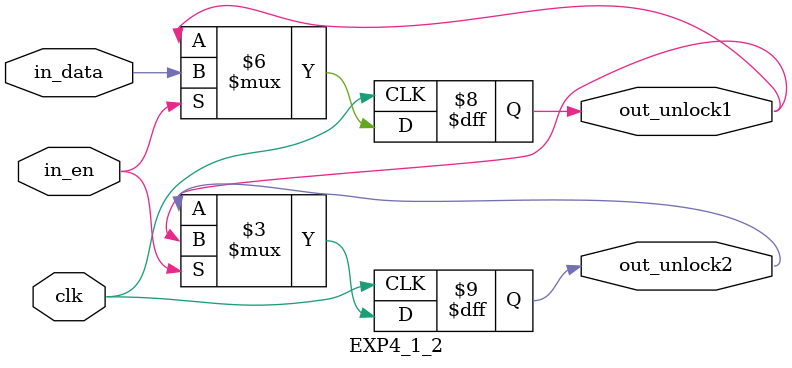
<source format=v>
module EXP4_1_2(in_data, clk, in_en, out_unlock1, out_unlock2);
    input in_data;
	 input clk;
	 input in_en;
	 
	 output reg out_unlock1;
	 output reg out_unlock2;
	 
	 always @ (posedge clk)
	 
	   if(in_en)
		  begin
		    out_unlock1 <= in_data;
			 out_unlock2 <= out_unlock1;
		  end
		else
		  begin
		    out_unlock1 <= out_unlock1;
			 out_unlock2 <= out_unlock2;
		  end

endmodule

</source>
